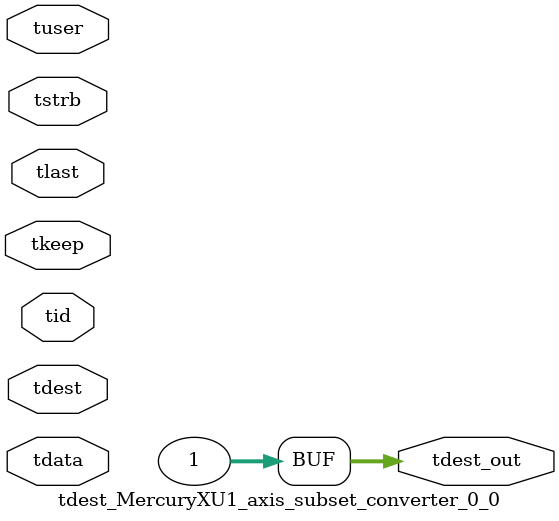
<source format=v>


`timescale 1ps/1ps

module tdest_MercuryXU1_axis_subset_converter_0_0 #
(
parameter C_S_AXIS_TDATA_WIDTH = 32,
parameter C_S_AXIS_TUSER_WIDTH = 0,
parameter C_S_AXIS_TID_WIDTH   = 0,
parameter C_S_AXIS_TDEST_WIDTH = 0,
parameter C_M_AXIS_TDEST_WIDTH = 32
)
(
input  [(C_S_AXIS_TDATA_WIDTH == 0 ? 1 : C_S_AXIS_TDATA_WIDTH)-1:0     ] tdata,
input  [(C_S_AXIS_TUSER_WIDTH == 0 ? 1 : C_S_AXIS_TUSER_WIDTH)-1:0     ] tuser,
input  [(C_S_AXIS_TID_WIDTH   == 0 ? 1 : C_S_AXIS_TID_WIDTH)-1:0       ] tid,
input  [(C_S_AXIS_TDEST_WIDTH == 0 ? 1 : C_S_AXIS_TDEST_WIDTH)-1:0     ] tdest,
input  [(C_S_AXIS_TDATA_WIDTH/8)-1:0 ] tkeep,
input  [(C_S_AXIS_TDATA_WIDTH/8)-1:0 ] tstrb,
input                                                                    tlast,
output [C_M_AXIS_TDEST_WIDTH-1:0] tdest_out
);

assign tdest_out = {5'b00001};

endmodule


</source>
